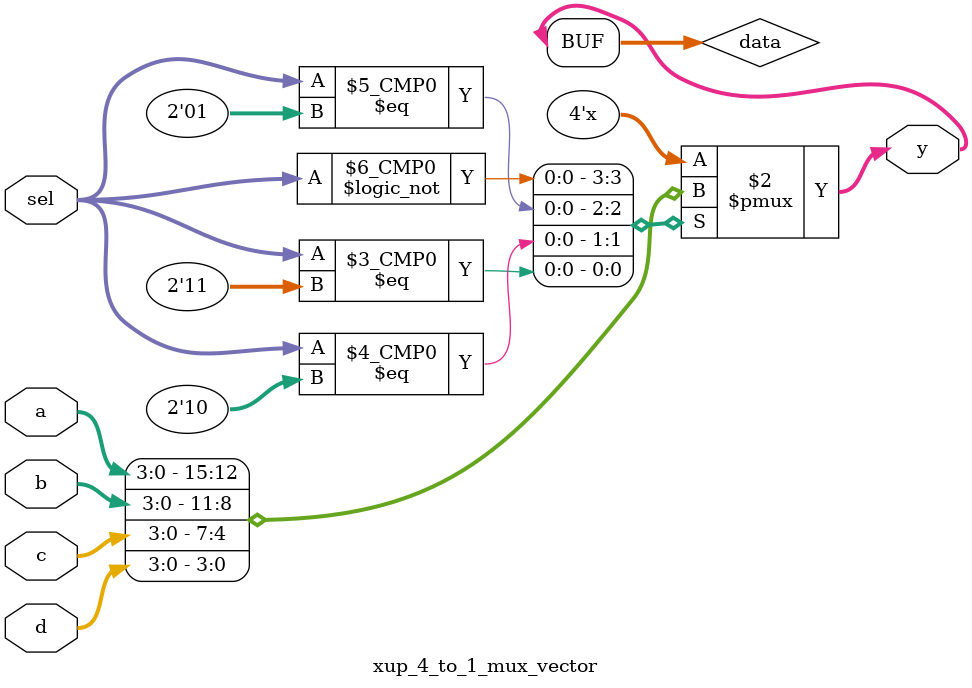
<source format=v>
`timescale 1ns / 1ps
module xup_4_to_1_mux_vector#(parameter SIZE = 4 , DELAY = 3)(
    input [SIZE-1:0] a,
    input [SIZE-1:0] b,
    input [SIZE-1:0] c,
    input [SIZE-1:0] d,
    input [1:0] sel,
    output [SIZE-1:0] y
    );
    reg [SIZE-1:0] data;
    
    always @(*) begin
        case(sel)
            2'b00 : data[SIZE-1:0] <= a[SIZE-1:0] ;
            2'b01 : data[SIZE-1:0] <= b[SIZE-1:0] ;
            2'b10 : data[SIZE-1:0] <= c[SIZE-1:0] ;
            2'b11 : data[SIZE-1:0] <= d[SIZE-1:0] ;
            default : data[SIZE-1:0] <= a[SIZE-1:0] ;
        endcase
    end
    
    assign #DELAY y[SIZE-1:0] = data[SIZE-1:0] ;
        
endmodule

</source>
